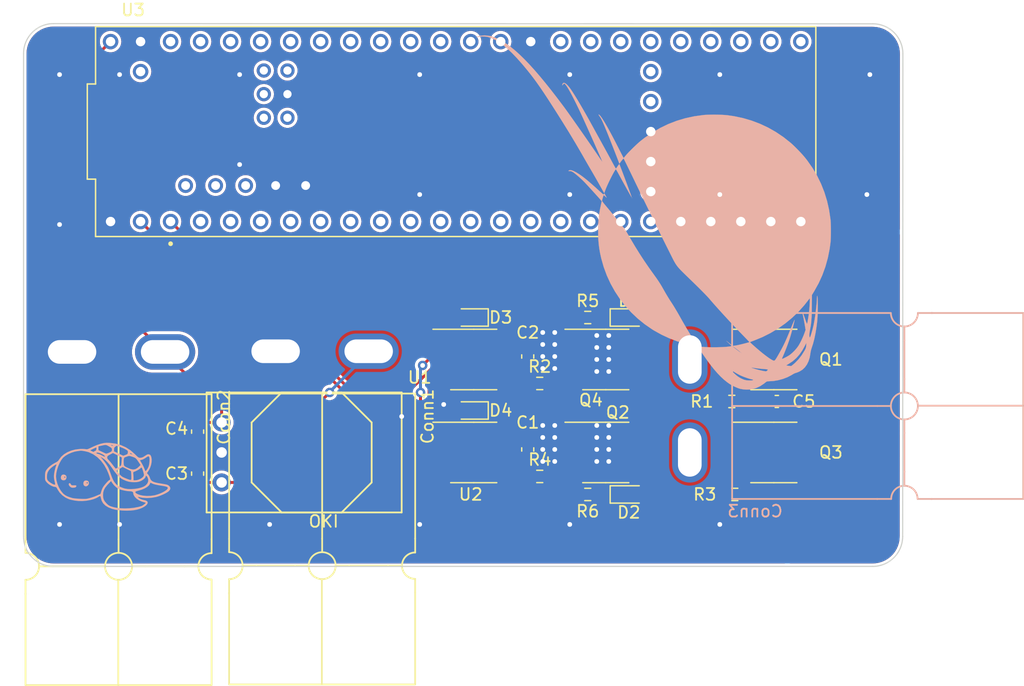
<source format=kicad_pcb>
(kicad_pcb (version 20211014) (generator pcbnew)
  (layers (0 "F.Cu" signal) (31 "B.Cu" signal) (34 "B.Paste" user) (35 "F.Paste" user) (36 "B.SilkS" user "B.Silkscreen") (37 "F.SilkS" user "F.Silkscreen") (38 "B.Mask" user) (39 "F.Mask" user) (44 "Edge.Cuts" user))
  (net 0 "")
  (net 1 "GND")
  (net 2 "+5V")
  (net 3 "Net-(D1-Pad1)")
  (net 4 "Net-(D2-Pad1)")
  (net 5 "Net-(Q1-Pad4)")
  (net 6 "Net-(Q2-Pad4)")
  (net 7 "Net-(Q3-Pad4)")
  (net 8 "Net-(Q4-Pad4)")
  (net 9 "Net-(R1-Pad1)")
  (net 10 "Net-(R2-Pad1)")
  (net 11 "Net-(R3-Pad1)")
  (net 12 "Net-(R4-Pad1)")
  (net 13 "FWD_PWM")
  (net 14 "RVS_PWM")
  (net 16 "Net-(U3-Pad3.3V_1)")
  (net 65 "+12V")
  (net 66 "/M+")
  (net 67 "/M-")
  (net 68 "Net-(C1-Pad1)")
  (net 69 "Net-(C2-Pad1)")
  (net 70 "+3V3")
  (footprint "Resistor_SMD:R_0603_1608Metric_Pad0.98x0.95mm_HandSolder" (layer "F.Cu") (at 99.06 76.962)
    (fp_text reference "R2" (at 0 -1.43) (layer "F.SilkS"))
    (fp_text value "100")
    (pad "1" smd roundrect (at -0.9125 0) (size 0.975 0.95) (layers "F.Cu" "F.Paste" "F.Mask") (net 10 "Net-(R2-Pad1)"))
    (pad "2" smd roundrect (at 0.9125 0) (size 0.975 0.95) (layers "F.Cu" "F.Paste" "F.Mask") (net 8 "Net-(Q4-Pad4)"))
  )
  (footprint "Capacitor_SMD:C_0603_1608Metric" (layer "F.Cu") (at 98.044 74.676 -90)
    (fp_text reference "C2" (at -2.032 0 180) (layer "F.SilkS"))
    (fp_text value "0.1u")
    (pad "1" smd roundrect (at -0.775 0 270) (size 0.9 0.95) (layers "F.Cu" "F.Paste" "F.Mask") (net 69 "Net-(C2-Pad1)"))
    (pad "2" smd roundrect (at 0.775 0 270) (size 0.9 0.95) (layers "F.Cu" "F.Paste" "F.Mask") (net 66 "/M+"))
  )
  (footprint "Resistor_SMD:R_0603_1608Metric_Pad0.98x0.95mm_HandSolder" (layer "F.Cu") (at 99.06 84.836)
    (fp_text reference "R4" (at 0.00751 -1.421921) (layer "F.SilkS"))
    (fp_text value "100")
    (pad "1" smd roundrect (at -0.9125 0) (size 0.975 0.95) (layers "F.Cu" "F.Paste" "F.Mask") (net 12 "Net-(R4-Pad1)"))
    (pad "2" smd roundrect (at 0.9125 0) (size 0.975 0.95) (layers "F.Cu" "F.Paste" "F.Mask") (net 6 "Net-(Q2-Pad4)"))
  )
  (footprint "Diode_SMD:D_0603_1608Metric" (layer "F.Cu") (at 93.218 79.248 180)
    (fp_text reference "D4" (at -2.54 0) (layer "F.SilkS"))
    (fp_text value "D_Small")
    (pad "1" smd roundrect (at -0.7875 0 180) (size 0.875 0.95) (layers "F.Cu" "F.Paste" "F.Mask") (net 68 "Net-(C1-Pad1)"))
    (pad "2" smd roundrect (at 0.7875 0 180) (size 0.875 0.95) (layers "F.Cu" "F.Paste" "F.Mask") (net 65 "+12V"))
  )
  (footprint "Capacitor_SMD:C_0603_1608Metric" (layer "F.Cu") (at 70.104 81.039 -90)
    (fp_text reference "C4" (at -0.254 1.778 180) (layer "F.SilkS"))
    (fp_text value "10u")
    (pad "1" smd roundrect (at -0.775 0 270) (size 0.9 0.95) (layers "F.Cu" "F.Paste" "F.Mask") (net 70 "+3V3"))
    (pad "2" smd roundrect (at 0.775 0 270) (size 0.9 0.95) (layers "F.Cu" "F.Paste" "F.Mask") (net 1 "GND"))
  )
  (footprint "LED_SMD:LED_0603_1608Metric_Pad1.05x0.95mm_HandSolder" (layer "F.Cu") (at 106.68 71.374)
    (fp_text reference "D1" (at 0 -1.43) (layer "F.SilkS"))
    (fp_text value "Pink")
    (pad "1" smd roundrect (at -0.875 0) (size 1.05 0.95) (layers "F.Cu" "F.Paste" "F.Mask") (net 3 "Net-(D1-Pad1)"))
    (pad "2" smd roundrect (at 0.875 0) (size 1.05 0.95) (layers "F.Cu" "F.Paste" "F.Mask") (net 66 "/M+"))
  )
  (footprint "MRDT_Connectors:Square_Anderson_2_H_Side_By_Side" (layer "F.Cu") (at 76.158 73.8582 90)
    (fp_text reference "Conn1" (at -5.9 13.4 90) (layer "F.SilkS"))
    (fp_text value "AndersonPP")
    (pad "1" thru_hole oval locked (at -0.3746 0.55 90) (size 3 5.1) (drill oval 2 4.1) (layers *.Cu *.Mask "F.Paste") (net 1 "GND"))
    (pad "2" thru_hole oval locked (at -0.3746 8.424 90) (size 3 5.1) (drill oval 2 4.1) (layers *.Cu *.Mask "F.Paste") (net 65 "+12V"))
  )
  (footprint "Package_SO:SOIC-8_3.9x4.9mm_P1.27mm" (layer "F.Cu") (at 93.472 82.804)
    (fp_text reference "U2" (at -0.254 3.556) (layer "F.SilkS"))
    (fp_text value "IRS2005S")
    (pad "1" smd roundrect (at -2.475 -1.905) (size 1.95 0.6) (layers "F.Cu" "F.Paste" "F.Mask") (net 65 "+12V"))
    (pad "2" smd roundrect (at -2.475 -0.635) (size 1.95 0.6) (layers "F.Cu" "F.Paste" "F.Mask") (net 14 "RVS_PWM"))
    (pad "3" smd roundrect (at -2.475 0.635) (size 1.95 0.6) (layers "F.Cu" "F.Paste" "F.Mask") (net 13 "FWD_PWM"))
    (pad "4" smd roundrect (at -2.475 1.905) (size 1.95 0.6) (layers "F.Cu" "F.Paste" "F.Mask") (net 1 "GND"))
    (pad "5" smd roundrect (at 2.475 1.905) (size 1.95 0.6) (layers "F.Cu" "F.Paste" "F.Mask") (net 12 "Net-(R4-Pad1)"))
    (pad "6" smd roundrect (at 2.475 0.635) (size 1.95 0.6) (layers "F.Cu" "F.Paste" "F.Mask") (net 67 "/M-"))
    (pad "7" smd roundrect (at 2.475 -0.635) (size 1.95 0.6) (layers "F.Cu" "F.Paste" "F.Mask") (net 11 "Net-(R3-Pad1)"))
    (pad "8" smd roundrect (at 2.475 -1.905) (size 1.95 0.6) (layers "F.Cu" "F.Paste" "F.Mask") (net 68 "Net-(C1-Pad1)"))
  )
  (footprint "Package_SO:SOIC-8_3.9x4.9mm_P1.27mm" (layer "F.Cu") (at 93.472 74.93)
    (fp_text reference "U1" (at -4.572 1.524) (layer "F.SilkS"))
    (fp_text value "IRS2005S")
    (pad "1" smd roundrect (at -2.475 -1.905) (size 1.95 0.6) (layers "F.Cu" "F.Paste" "F.Mask") (net 65 "+12V"))
    (pad "2" smd roundrect (at -2.475 -0.635) (size 1.95 0.6) (layers "F.Cu" "F.Paste" "F.Mask") (net 13 "FWD_PWM"))
    (pad "3" smd roundrect (at -2.475 0.635) (size 1.95 0.6) (layers "F.Cu" "F.Paste" "F.Mask") (net 14 "RVS_PWM"))
    (pad "4" smd roundrect (at -2.475 1.905) (size 1.95 0.6) (layers "F.Cu" "F.Paste" "F.Mask") (net 1 "GND"))
    (pad "5" smd roundrect (at 2.475 1.905) (size 1.95 0.6) (layers "F.Cu" "F.Paste" "F.Mask") (net 10 "Net-(R2-Pad1)"))
    (pad "6" smd roundrect (at 2.475 0.635) (size 1.95 0.6) (layers "F.Cu" "F.Paste" "F.Mask") (net 66 "/M+"))
    (pad "7" smd roundrect (at 2.475 -0.635) (size 1.95 0.6) (layers "F.Cu" "F.Paste" "F.Mask") (net 9 "Net-(R1-Pad1)"))
    (pad "8" smd roundrect (at 2.475 -1.905) (size 1.95 0.6) (layers "F.Cu" "F.Paste" "F.Mask") (net 69 "Net-(C2-Pad1)"))
  )
  (footprint "MRDT_Shields:MODULE_DEV-16771" (layer "F.Cu") (at 91.948 55.626)
    (fp_text reference "U3" (at -27.305 -10.295) (layer "F.SilkS"))
    (fp_text value "Teensy4.1_DEV-16771")
    (pad "0" thru_hole circle locked (at -26.67 7.62) (size 1.308 1.308) (drill 0.8) (layers *.Cu *.Mask) (net 13 "FWD_PWM"))
    (pad "1" thru_hole circle locked (at -24.13 7.62) (size 1.308 1.308) (drill 0.8) (layers *.Cu *.Mask) (net 14 "RVS_PWM"))
    (pad "2" thru_hole circle locked (at -21.59 7.62) (size 1.308 1.308) (drill 0.8) (layers *.Cu *.Mask))
    (pad "3" thru_hole circle locked (at -19.05 7.62) (size 1.308 1.308) (drill 0.8) (layers *.Cu *.Mask))
    (pad "3.3V_1" thru_hole circle locked (at 6.35 7.62) (size 1.308 1.308) (drill 0.8) (layers *.Cu *.Mask) (net 16 "Net-(U3-Pad3.3V_1)"))
    (pad "3.3V_2" thru_hole circle locked (at -24.13 -7.62) (size 1.308 1.308) (drill 0.8) (layers *.Cu *.Mask) (net 16 "Net-(U3-Pad3.3V_1)"))
    (pad "3.3V_3" thru_hole circle locked (at 16.51 2.54) (size 1.308 1.308) (drill 0.8) (layers *.Cu *.Mask) (net 16 "Net-(U3-Pad3.3V_1)"))
    (pad "4" thru_hole circle locked (at -16.51 7.62) (size 1.308 1.308) (drill 0.8) (layers *.Cu *.Mask))
    (pad "5" thru_hole circle locked (at -13.97 7.62) (size 1.308 1.308) (drill 0.8) (layers *.Cu *.Mask))
    (pad "5V" thru_hole circle locked (at -22.86 4.57) (size 1.258 1.258) (drill 0.75) (layers *.Cu *.Mask))
    (pad "6" thru_hole circle locked (at -11.43 7.62) (size 1.308 1.308) (drill 0.8) (layers *.Cu *.Mask))
    (pad "7" thru_hole circle locked (at -8.89 7.62) (size 1.308 1.308) (drill 0.8) (layers *.Cu *.Mask))
    (pad "8" thru_hole circle locked (at -6.35 7.62) (size 1.308 1.308) (drill 0.8) (layers *.Cu *.Mask))
    (pad "9" thru_hole circle locked (at -3.81 7.62) (size 1.308 1.308) (drill 0.8) (layers *.Cu *.Mask))
    (pad "10" thru_hole circle locked (at -1.27 7.62) (size 1.308 1.308) (drill 0.8) (layers *.Cu *.Mask))
    (pad "11" thru_hole circle locked (at 1.27 7.62) (size 1.308 1.308) (drill 0.8) (layers *.Cu *.Mask))
    (pad "12" thru_hole circle locked (at 3.81 7.62) (size 1.308 1.308) (drill 0.8) (layers *.Cu *.Mask))
    (pad "13" thru_hole circle locked (at 3.81 -7.62) (size 1.308 1.308) (drill 0.8) (layers *.Cu *.Mask))
    (pad "14" thru_hole circle locked (at 1.27 -7.62) (size 1.308 1.308) (drill 0.8) (layers *.Cu *.Mask))
    (pad "15" thru_hole circle locked (at -1.27 -7.62) (size 1.308 1.308) (drill 0.8) (layers *.Cu *.Mask))
    (pad "16" thru_hole circle locked (at -3.81 -7.62) (size 1.308 1.308) (drill 0.8) (layers *.Cu *.Mask))
    (pad "17" thru_hole circle locked (at -6.35 -7.62) (size 1.308 1.308) (drill 0.8) (layers *.Cu *.Mask))
    (pad "18" thru_hole circle locked (at -8.89 -7.62) (size 1.308 1.308) (drill 0.8) (layers *.Cu *.Mask))
    (pad "19" thru_hole circle locked (at -11.43 -7.62) (size 1.308 1.308) (drill 0.8) (layers *.Cu *.Mask))
    (pad "20" thru_hole circle locked (at -13.97 -7.62) (size 1.308 1.308) (drill 0.8) (layers *.Cu *.Mask))
    (pad "21" thru_hole circle locked (at -16.51 -7.62) (size 1.308 1.308) (drill 0.8) (layers *.Cu *.Mask))
    (pad "22" thru_hole circle locked (at -19.05 -7.62) (size 1.308 1.308) (drill 0.8) (layers *.Cu *.Mask))
    (pad "23" thru_hole circle locked (at -21.59 -7.62) (size 1.308 1.308) (drill 0.8) (layers *.Cu *.Mask))
    (pad "24" thru_hole circle locked (at 8.89 7.62) (size 1.308 1.308) (drill 0.8) (layers *.Cu *.Mask))
    (pad "25" thru_hole circle locked (at 11.43 7.62) (size 1.308 1.308) (drill 0.8) (layers *.Cu *.Mask))
    (pad "26" thru_hole circle locked (at 13.97 7.62) (size 1.308 1.308) (drill 0.8) (layers *.Cu *.Mask))
    (pad "27" thru_hole circle locked (at 16.51 7.62) (size 1.308 1.308) (drill 0.8) (layers *.Cu *.Mask))
    (pad "28" thru_hole circle locked (at 19.05 7.62) (size 1.308 1.308) (drill 0.8) (layers *.Cu *.Mask))
    (pad "29" thru_hole circle locked (at 21.59 7.62) (size 1.308 1.308) (drill 0.8) (layers *.Cu *.Mask))
    (pad "30" thru_hole circle locked (at 24.13 7.62) (size 1.308 1.308) (drill 0.8) (layers *.Cu *.Mask))
    (pad "31" thru_hole circle locked (at 26.67 7.62) (size 1.308 1.308) (drill 0.8) (layers *.Cu *.Mask))
    (pad "32" thru_hole circle locked (at 29.21 7.62) (size 1.308 1.308) (drill 0.8) (layers *.Cu *.Mask))
    (pad "33" thru_hole circle locked (at 29.21 -7.62) (size 1.308 1.308) (drill 0.8) (layers *.Cu *.Mask))
    (pad "34" thru_hole circle locked (at 26.67 -7.62) (size 1.308 1.308) (drill 0.8) (layers *.Cu *.Mask))
    (pad "35" thru_hole circle locked (at 24.13 -7.62) (size 1.308 1.308) (drill 0.8) (layers *.Cu *.Mask))
    (pad "36" thru_hole circle locked (at 21.59 -7.62) (size 1.308 1.308) (drill 0.8) (layers *.Cu *.Mask))
    (pad "37" thru_hole circle locked (at 19.05 -7.62) (size 1.308 1.308) (drill 0.8) (layers *.Cu *.Mask))
    (pad "38" thru_hole circle locked (at 16.51 -7.62) (size 1.308 1.308) (drill 0.8) (layers *.Cu *.Mask))
    (pad "39" thru_hole circle locked (at 13.97 -7.62) (size 1.308 1.308) (drill 0.8) (layers *.Cu *.Mask))
    (pad "40" thru_hole circle locked (at 11.43 -7.62) (size 1.308 1.308) (drill 0.8) (layers *.Cu *.Mask))
    (pad "41" thru_hole circle locked (at 8.89 -7.62) (size 1.308 1.308) (drill 0.8) (layers *.Cu *.Mask))
    (pad "D+" thru_hole circle locked (at -17.78 4.57) (size 1.258 1.258) (drill 0.75) (layers *.Cu *.Mask))
    (pad "D-" thru_hole circle locked (at -20.32 4.57) (size 1.258 1.258) (drill 0.75) (layers *.Cu *.Mask))
    (pad "GND1" thru_hole circle locked (at -29.21 7.62) (size 1.308 1.308) (drill 0.8) (layers *.Cu *.Mask) (net 1 "GND"))
    (pad "GND2" thru_hole circle locked (at 6.35 -7.62) (size 1.308 1.308) (drill 0.8) (layers *.Cu *.Mask) (net 1 "GND"))
    (pad "GND3" thru_hole circle locked (at -26.67 -7.62) (size 1.308 1.308) (drill 0.8) (layers *.Cu *.Mask) (net 1 "GND"))
    (pad "GND4" thru_hole circle locked (at 16.51 0) (size 1.308 1.308) (drill 0.8) (layers *.Cu *.Mask) (net 1 "GND"))
    (pad "GND5" thru_hole circle locked (at -14.24 -3.17) (size 1.208 1.208) (drill 0.7) (layers *.Cu *.Mask) (net 1 "GND"))
    (pad "LED" thru_hole circle locked (at -16.24 -3.17) (size 1.208 1.208) (drill 0.7) (layers *.Cu *.Mask))
    (pad "ON/OFF" thru_hole circle locked (at 16.51 -5.08) (size 1.308 1.308) (drill 0.8) (layers *.Cu *.Mask))
    (pad "PROGRAM" thru_hole circle locked (at 16.51 -2.54) (size 1.308 1.308) (drill 0.8) (layers *.Cu *.Mask))
    (pad "R+" thru_hole circle locked (at -16.24 -5.17) (size 1.208 1.208) (drill 0.7) (layers *.Cu *.Mask))
    (pad "R-" thru_hole circle locked (at -14.24 -5.17) (size 1.208 1.208) (drill 0.7) (layers *.Cu *.Mask))
    (pad "T+" thru_hole circle locked (at -14.24 -1.17) (size 1.208 1.208) (drill 0.7) (layers *.Cu *.Mask))
    (pad "T-" thru_hole circle locked (at -16.24 -1.17) (size 1.208 1.208) (drill 0.7) (layers *.Cu *.Mask))
    (pad "USB_GND1" thru_hole circle locked (at -15.24 4.57) (size 1.258 1.258) (drill 0.75) (layers *.Cu *.Mask) (net 1 "GND"))
    (pad "USB_GND2" thru_hole circle locked (at -12.7 4.57) (size 1.258 1.258) (drill 0.75) (layers *.Cu *.Mask) (net 1 "GND"))
    (pad "VBAT" thru_hole circle locked (at 16.51 5.08) (size 1.308 1.308) (drill 0.8) (layers *.Cu *.Mask))
    (pad "VIN" thru_hole circle locked (at -29.21 -7.62) (size 1.308 1.308) (drill 0.8) (layers *.Cu *.Mask) (net 70 "+3V3"))
    (pad "VUSB" thru_hole circle locked (at -26.67 -5.08) (size 1.308 1.308) (drill 0.8) (layers *.Cu *.Mask))
  )
  (footprint "Package_SO:SOIC-8_3.9x4.9mm_P1.27mm" (layer "F.Cu") (at 104.648 74.93)
    (fp_text reference "Q4" (at -1.259884 3.44736) (layer "F.SilkS"))
    (fp_text value "SI4156DY")
    (pad "1" smd roundrect (at -2.475 -1.905) (size 1.95 0.6) (layers "F.Cu" "F.Paste" "F.Mask") (net 1 "GND"))
    (pad "2" smd roundrect (at -2.475 -0.635) (size 1.95 0.6) (layers "F.Cu" "F.Paste" "F.Mask") (net 1 "GND"))
    (pad "3" smd roundrect (at -2.475 0.635) (size 1.95 0.6) (layers "F.Cu" "F.Paste" "F.Mask") (net 1 "GND"))
    (pad "4" smd roundrect (at -2.475 1.905) (size 1.95 0.6) (layers "F.Cu" "F.Paste" "F.Mask") (net 8 "Net-(Q4-Pad4)"))
    (pad "5" smd roundrect (at 2.475 1.905) (size 1.95 0.6) (layers "F.Cu" "F.Paste" "F.Mask") (net 66 "/M+"))
    (pad "6" smd roundrect (at 2.475 0.635) (size 1.95 0.6) (layers "F.Cu" "F.Paste" "F.Mask") (net 66 "/M+"))
    (pad "7" smd roundrect (at 2.475 -0.635) (size 1.95 0.6) (layers "F.Cu" "F.Paste" "F.Mask") (net 66 "/M+"))
    (pad "8" smd roundrect (at 2.475 -1.905) (size 1.95 0.6) (layers "F.Cu" "F.Paste" "F.Mask") (net 66 "/M+"))
  )
  (footprint "Package_SO:SOIC-8_3.9x4.9mm_P1.27mm" (layer "F.Cu") (at 118.872 74.93)
    (fp_text reference "Q1" (at 4.826 0) (layer "F.SilkS"))
    (fp_text value "SI4156DY")
    (pad "1" smd roundrect (at -2.475 -1.905) (size 1.95 0.6) (layers "F.Cu" "F.Paste" "F.Mask") (net 66 "/M+"))
    (pad "2" smd roundrect (at -2.475 -0.635) (size 1.95 0.6) (layers "F.Cu" "F.Paste" "F.Mask") (net 66 "/M+"))
    (pad "3" smd roundrect (at -2.475 0.635) (size 1.95 0.6) (layers "F.Cu" "F.Paste" "F.Mask") (net 66 "/M+"))
    (pad "4" smd roundrect (at -2.475 1.905) (size 1.95 0.6) (layers "F.Cu" "F.Paste" "F.Mask") (net 5 "Net-(Q1-Pad4)"))
    (pad "5" smd roundrect (at 2.475 1.905) (size 1.95 0.6) (layers "F.Cu" "F.Paste" "F.Mask") (net 65 "+12V"))
    (pad "6" smd roundrect (at 2.475 0.635) (size 1.95 0.6) (layers "F.Cu" "F.Paste" "F.Mask") (net 65 "+12V"))
    (pad "7" smd roundrect (at 2.475 -0.635) (size 1.95 0.6) (layers "F.Cu" "F.Paste" "F.Mask") (net 65 "+12V"))
    (pad "8" smd roundrect (at 2.475 -1.905) (size 1.95 0.6) (layers "F.Cu" "F.Paste" "F.Mask") (net 65 "+12V"))
  )
  (footprint "Resistor_SMD:R_0603_1608Metric_Pad0.98x0.95mm_HandSolder" (layer "F.Cu") (at 115.57 86.36)
    (fp_text reference "R3" (at -2.54 0) (layer "F.SilkS"))
    (fp_text value "100")
    (pad "1" smd roundrect (at -0.9125 0) (size 0.975 0.95) (layers "F.Cu" "F.Paste" "F.Mask") (net 11 "Net-(R3-Pad1)"))
    (pad "2" smd roundrect (at 0.9125 0) (size 0.975 0.95) (layers "F.Cu" "F.Paste" "F.Mask") (net 7 "Net-(Q3-Pad4)"))
  )
  (footprint "Diode_SMD:D_0603_1608Metric" (layer "F.Cu") (at 93.218 71.374 180)
    (fp_text reference "D3" (at -2.54 0) (layer "F.SilkS"))
    (fp_text value "D_Small")
    (pad "1" smd roundrect (at -0.7875 0 180) (size 0.875 0.95) (layers "F.Cu" "F.Paste" "F.Mask") (net 69 "Net-(C2-Pad1)"))
    (pad "2" smd roundrect (at 0.7875 0 180) (size 0.875 0.95) (layers "F.Cu" "F.Paste" "F.Mask") (net 65 "+12V"))
  )
  (footprint "Resistor_SMD:R_0603_1608Metric_Pad0.98x0.95mm_HandSolder" (layer "F.Cu") (at 115.316 78.486)
    (fp_text reference "R1" (at -2.54 0) (layer "F.SilkS"))
    (fp_text value "100")
    (pad "1" smd roundrect (at -0.9125 0) (size 0.975 0.95) (layers "F.Cu" "F.Paste" "F.Mask") (net 9 "Net-(R1-Pad1)"))
    (pad "2" smd roundrect (at 0.9125 0) (size 0.975 0.95) (layers "F.Cu" "F.Paste" "F.Mask") (net 5 "Net-(Q1-Pad4)"))
  )
  (footprint "Capacitor_SMD:C_0603_1608Metric" (layer "F.Cu") (at 98.044 82.55 -90)
    (fp_text reference "C1" (at -2.286 0) (layer "F.SilkS"))
    (fp_text value "0.1u")
    (pad "1" smd roundrect (at -0.775 0 270) (size 0.9 0.95) (layers "F.Cu" "F.Paste" "F.Mask") (net 68 "Net-(C1-Pad1)"))
    (pad "2" smd roundrect (at 0.775 0 270) (size 0.9 0.95) (layers "F.Cu" "F.Paste" "F.Mask") (net 67 "/M-"))
  )
  (footprint "Capacitor_SMD:C_0603_1608Metric" (layer "F.Cu") (at 119.126 78.486)
    (fp_text reference "C5" (at 2.286 0) (layer "F.SilkS"))
    (fp_text value "10u")
    (pad "1" smd roundrect (at -0.775 0) (size 0.9 0.95) (layers "F.Cu" "F.Paste" "F.Mask") (net 66 "/M+"))
    (pad "2" smd roundrect (at 0.775 0) (size 0.9 0.95) (layers "F.Cu" "F.Paste" "F.Mask") (net 67 "/M-"))
  )
  (footprint "Package_SO:SOIC-8_3.9x4.9mm_P1.27mm" (layer "F.Cu") (at 104.648 82.804)
    (fp_text reference "Q2" (at 1.016 -3.387982 180) (layer "F.SilkS"))
    (fp_text value "SI4156DY")
    (pad "1" smd roundrect (at -2.475 -1.905) (size 1.95 0.6) (layers "F.Cu" "F.Paste" "F.Mask") (net 1 "GND"))
    (pad "2" smd roundrect (at -2.475 -0.635) (size 1.95 0.6) (layers "F.Cu" "F.Paste" "F.Mask") (net 1 "GND"))
    (pad "3" smd roundrect (at -2.475 0.635) (size 1.95 0.6) (layers "F.Cu" "F.Paste" "F.Mask") (net 1 "GND"))
    (pad "4" smd roundrect (at -2.475 1.905) (size 1.95 0.6) (layers "F.Cu" "F.Paste" "F.Mask") (net 6 "Net-(Q2-Pad4)"))
    (pad "5" smd roundrect (at 2.475 1.905) (size 1.95 0.6) (layers "F.Cu" "F.Paste" "F.Mask") (net 67 "/M-"))
    (pad "6" smd roundrect (at 2.475 0.635) (size 1.95 0.6) (layers "F.Cu" "F.Paste" "F.Mask") (net 67 "/M-"))
    (pad "7" smd roundrect (at 2.475 -0.635) (size 1.95 0.6) (layers "F.Cu" "F.Paste" "F.Mask") (net 67 "/M-"))
    (pad "8" smd roundrect (at 2.475 -1.905) (size 1.95 0.6) (layers "F.Cu" "F.Paste" "F.Mask") (net 67 "/M-"))
  )
  (footprint "Resistor_SMD:R_0603_1608Metric_Pad0.98x0.95mm_HandSolder" (layer "F.Cu") (at 103.124 71.374 180)
    (fp_text reference "R5" (at 0 1.404) (layer "F.SilkS"))
    (fp_text value "500")
    (pad "1" smd roundrect (at -0.9125 0 180) (size 0.975 0.95) (layers "F.Cu" "F.Paste" "F.Mask") (net 3 "Net-(D1-Pad1)"))
    (pad "2" smd roundrect (at 0.9125 0 180) (size 0.975 0.95) (layers "F.Cu" "F.Paste" "F.Mask") (net 1 "GND"))
  )
  (footprint "Capacitor_SMD:C_0603_1608Metric" (layer "F.Cu") (at 70.104 84.595 90)
    (fp_text reference "C3" (at 0 -1.778 180) (layer "F.SilkS"))
    (fp_text value "10u")
    (pad "1" smd roundrect (at -0.775 0 90) (size 0.9 0.95) (layers "F.Cu" "F.Paste" "F.Mask") (net 65 "+12V"))
    (pad "2" smd roundrect (at 0.775 0 90) (size 0.9 0.95) (layers "F.Cu" "F.Paste" "F.Mask") (net 1 "GND"))
  )
  (footprint "Resistor_SMD:R_0603_1608Metric_Pad0.98x0.95mm_HandSolder" (layer "F.Cu") (at 103.124 86.36 180)
    (fp_text reference "R6" (at 0 -1.43) (layer "F.SilkS"))
    (fp_text value "500")
    (pad "1" smd roundrect (at -0.9125 0 180) (size 0.975 0.95) (layers "F.Cu" "F.Paste" "F.Mask") (net 4 "Net-(D2-Pad1)"))
    (pad "2" smd roundrect (at 0.9125 0 180) (size 0.975 0.95) (layers "F.Cu" "F.Paste" "F.Mask") (net 1 "GND"))
  )
  (footprint "LED_SMD:LED_0603_1608Metric_Pad1.05x0.95mm_HandSolder" (layer "F.Cu") (at 106.68 86.36)
    (fp_text reference "D2" (at -0.082 1.524) (layer "F.SilkS"))
    (fp_text value "Pink")
    (pad "1" smd roundrect (at -0.875 0) (size 1.05 0.95) (layers "F.Cu" "F.Paste" "F.Mask") (net 4 "Net-(D2-Pad1)"))
    (pad "2" smd roundrect (at 0.875 0) (size 1.05 0.95) (layers "F.Cu" "F.Paste" "F.Mask") (net 67 "/M-"))
  )
  (footprint "MRDT_Connectors:Square_Anderson_2_H_Side_By_Side" (layer "F.Cu") (at 58.928 73.914 90)
    (fp_text reference "Conn2" (at -5.9 13.4 90) (layer "F.SilkS"))
    (fp_text value "AndersonPP")
    (pad "1" thru_hole oval locked (at -0.3746 0.55 90) (size 3 5.1) (drill oval 2 4.1) (layers *.Cu *.Mask "F.Paste") (net 1 "GND"))
    (pad "2" thru_hole oval locked (at -0.3746 8.424 90) (size 3 5.1) (drill oval 2 4.1) (layers *.Cu *.Mask "F.Paste") (net 2 "+5V"))
  )
  (footprint "Package_SO:SOIC-8_3.9x4.9mm_P1.27mm" (layer "F.Cu") (at 118.872 82.804)
    (fp_text reference "Q3" (at 4.826 0 180) (layer "F.SilkS"))
    (fp_text value "SI4156DY")
    (pad "1" smd roundrect (at -2.475 -1.905) (size 1.95 0.6) (layers "F.Cu" "F.Paste" "F.Mask") (net 67 "/M-"))
    (pad "2" smd roundrect (at -2.475 -0.635) (size 1.95 0.6) (layers "F.Cu" "F.Paste" "F.Mask") (net 67 "/M-"))
    (pad "3" smd roundrect (at -2.475 0.635) (size 1.95 0.6) (layers "F.Cu" "F.Paste" "F.Mask") (net 67 "/M-"))
    (pad "4" smd roundrect (at -2.475 1.905) (size 1.95 0.6) (layers "F.Cu" "F.Paste" "F.Mask") (net 7 "Net-(Q3-Pad4)"))
    (pad "5" smd roundrect (at 2.475 1.905) (size 1.95 0.6) (layers "F.Cu" "F.Paste" "F.Mask") (net 65 "+12V"))
    (pad "6" smd roundrect (at 2.475 0.635) (size 1.95 0.6) (layers "F.Cu" "F.Paste" "F.Mask") (net 65 "+12V"))
    (pad "7" smd roundrect (at 2.475 -0.635) (size 1.95 0.6) (layers "F.Cu" "F.Paste" "F.Mask") (net 65 "+12V"))
    (pad "8" smd roundrect (at 2.475 -1.905) (size 1.95 0.6) (layers "F.Cu" "F.Paste" "F.Mask") (net 65 "+12V"))
  )
  (footprint "MRDT_Devices:OKI_Horizontal" (layer "F.Cu") (at 72.136 85.344 90)
    (fp_text reference "U4" hide)
    (fp_text value "OKI" (at -3.302 8.636 180) (layer "F.SilkS"))
    (pad "1" thru_hole circle locked (at 0 0 90) (size 1.524 1.524) (drill 0.889) (layers *.Cu *.Mask) (net 65 "+12V"))
    (pad "2" thru_hole circle locked (at 2.54 0 90) (size 1.524 1.524) (drill 0.889) (layers *.Cu *.Mask) (net 1 "GND"))
    (pad "3" thru_hole circle locked (at 5.08 0 90) (size 1.524 1.524) (drill 0.889) (layers *.Cu *.Mask) (net 70 "+3V3"))
  )
  (footprint "MRDT_Silkscreens:0_MRDT_Logo_30mm" (layer "B.Cu") (at 108.712 62.484 180)
    (fp_text reference "G***" hide)
    (fp_text value "LOGO" hide)
  )
  (footprint "Silkscreens:turtle" (layer "B.Cu") (at 62.484 84.328 180)
    (fp_text reference "G***")
    (fp_text value "LOGO" hide)
  )
  (footprint "MRDT_Connectors:Square_Anderson_2_H_Side_By_Side" (layer "B.Cu") (at 111.3854 74.38 180)
    (fp_text reference "Conn3" (at -5.9 -13.4) (layer "B.SilkS") (effects (justify mirror)))
    (fp_text value "AndersonPP")
    (pad "1" thru_hole oval locked (at -0.3746 -0.55 180) (size 3 5.1) (drill oval 2 4.1) (layers *.Cu *.Mask "B.Paste") (net 66 "/M+"))
    (pad "2" thru_hole oval locked (at -0.3746 -8.424 180) (size 3 5.1) (drill oval 2 4.1) (layers *.Cu *.Mask "B.Paste") (net 67 "/M-"))
  )
  (gr_arc (start 127.254 46.500051) (mid 129.050051 47.244) (end 129.794 49.040051) (layer "Edge.Cuts") (width 0.1))
  (gr_line (start 127.235949 92.456) (end 57.912 92.456) (layer "Edge.Cuts") (width 0.1))
  (gr_arc (start 129.775949 89.916) (mid 129.032 91.712051) (end 127.235949 92.456) (layer "Edge.Cuts") (width 0.1))
  (gr_line (start 55.372 89.916) (end 55.372 49.022) (layer "Edge.Cuts") (width 0.1))
  (gr_arc (start 55.372 49.022) (mid 56.115949 47.225949) (end 57.912 46.482) (layer "Edge.Cuts") (width 0.1))
  (gr_line (start 129.775949 89.916) (end 129.794 49.040051) (layer "Edge.Cuts") (width 0.1))
  (gr_line (start 127.254 46.500051) (end 57.912 46.482) (layer "Edge.Cuts") (width 0.1))
  (gr_arc (start 57.912 92.456) (mid 56.115949 91.712051) (end 55.372 89.916) (layer "Edge.Cuts") (width 0.1))
  (segment (start 102.2115 71.374) (end 102.2115 72.9865) (width 0.25) (layer "F.Cu") (net 1))
  (segment (start 70.104 81.814) (end 71.146 81.814) (width 0.25) (layer "F.Cu") (net 1))
  (segment (start 102.549751 83.439) (end 102.173 83.439) (width 0.25) (layer "F.Cu") (net 1))
  (segment (start 70.104 83.82) (end 71.12 83.82) (width 0.25) (layer "F.Cu") (net 1))
  (segment (start 71.146 81.814) (end 72.136 82.804) (width 0.25) (layer "F.Cu") (net 1))
  (segment (start 103.473 85.0985) (end 103.473 84.362249) (width 0.25) (layer "F.Cu") (net 1))
  (segment (start 102.2115 72.9865) (end 102.173 73.025) (width 0.25) (layer "F.Cu") (net 1))
  (segment (start 102.2115 86.36) (end 103.473 85.0985) (width 0.25) (layer "F.Cu") (net 1))
  (segment (start 103.473 84.362249) (end 102.549751 83.439) (width 0.25) (layer "F.Cu") (net 1))
  (segment (start 71.12 83.82) (end 72.136 82.804) (width 0.25) (layer "F.Cu") (net 1))
  (via (at 63.5 50.8) (size 0.8) (drill 0.4) (layers "F.Cu" "B.Cu") (net 1))
  (via (at 101.6 88.9) (size 0.8) (drill 0.4) (layers "F.Cu" "B.Cu") (net 1))
  (via (at 99.314 74.676) (size 0.8) (drill 0.4) (layers "F.Cu" "B.Cu") (net 1))
  (via (at 114.3 50.8) (size 0.8) (drill 0.4) (layers "F.Cu" "B.Cu") (net 1))
  (via (at 100.33 75.692) (size 0.8) (drill 0.4) (layers "F.Cu" "B.Cu") (net 1))
  (via (at 103.886 72.898) (size 0.8) (drill 0.4) (layers "F.Cu" "B.Cu") (net 1))
  (via (at 99.314 75.692) (size 0.8) (drill 0.4) (layers "F.Cu" "B.Cu") (net 1))
  (via (at 100.33 82.55) (size 0.8) (drill 0.4) (layers "F.Cu" "B.Cu") (net 1))
  (via (at 114.3 60.96) (size 0.8) (drill 0.4) (layers "F.Cu" "B.Cu") (net 1))
  (via (at 104.902 80.518) (size 0.8) (drill 0.4) (layers "F.Cu" "B.Cu") (net 1))
  (via (at 88.9 60.96) (size 0.8) (drill 0.4) (layers "F.Cu" "B.Cu") (net 1))
  (via (at 104.902 73.914) (size 0.8) (drill 0.4) (layers "F.Cu" "B.Cu") (net 1))
  (via (at 99.314 80.518) (size 0.8) (drill 0.4) (layers "F.Cu" "B.Cu") (net 1))
  (via (at 103.886 82.55) (size 0.8) (drill 0.4) (layers "F.Cu" "B.Cu") (net 1))
  (via (at 99.314 72.644) (size 0.8) (drill 0.4) (layers "F.Cu" "B.Cu") (net 1))
  (via (at 103.886 74.93) (size 0.8) (drill 0.4) (layers "F.Cu" "B.Cu") (net 1))
  (via (at 126.746 60.96) (size 0.8) (drill 0.4) (layers "F.Cu" "B.Cu") (net 1))
  (via (at 58.42 50.8) (size 0.8) (drill 0.4) (layers "F.Cu" "B.Cu") (net 1))
  (via (at 104.902 72.898) (size 0.8) (drill 0.4) (layers "F.Cu" "B.Cu") (net 1))
  (via (at 103.886 83.566) (size 0.8) (drill 0.4) (layers "F.Cu" "B.Cu") (net 1))
  (via (at 99.314 82.55) (size 0.8) (drill 0.4) (layers "F.Cu" "B.Cu") (net 1))
  (via (at 127 50.8) (size 0.8) (drill 0.4) (layers "F.Cu" "B.Cu") (net 1))
  (via (at 103.886 81.534) (size 0.8) (drill 0.4) (layers "F.Cu" "B.Cu") (net 1))
  (via (at 88.9 50.8) (size 0.8) (drill 0.4) (layers "F.Cu" "B.Cu") (net 1))
  (via (at 99.314 81.534) (size 0.8) (drill 0.4) (layers "F.Cu" "B.Cu") (net 1))
  (via (at 90.932 78.74) (size 0.8) (drill 0.4) (layers "F.Cu" "B.Cu") (net 1))
  (via (at 104.902 83.566) (size 0.8) (drill 0.4) (layers "F.Cu" "B.Cu") (net 1))
  (via (at 104.902 81.534) (size 0.8) (drill 0.4) (layers "F.Cu" "B.Cu") (net 1))
  (via (at 100.33 80.518) (size 0.8) (drill 0.4) (layers "F.Cu" "B.Cu") (net 1))
  (via (at 100.33 83.566) (size 0.8) (drill 0.4) (layers "F.Cu" "B.Cu") (net 1))
  (via (at 73.66 50.8) (size 0.8) (drill 0.4) (layers "F.Cu" "B.Cu") (net 1))
  (via (at 58.42 63.5) (size 0.8) (drill 0.4) (layers "F.Cu" "B.Cu") (net 1))
  (via (at 58.42 88.9) (size 0.8) (drill 0.4) (layers "F.Cu" "B.Cu") (net 1))
  (via (at 100.33 74.676) (size 0.8) (drill 0.4) (layers "F.Cu" "B.Cu") (net 1))
  (via (at 76.2 88.9) (size 0.8) (drill 0.4) (layers "F.Cu" "B.Cu") (net 1))
  (via (at 104.902 75.946) (size 0.8) (drill 0.4) (layers "F.Cu" "B.Cu") (net 1))
  (via (at 100.33 73.66) (size 0.8) (drill 0.4) (layers "F.Cu" "B.Cu") (net 1))
  (via (at 100.33 72.644) (size 0.8) (drill 0.4) (layers "F.Cu" "B.Cu") (net 1))
  (via (at 103.886 73.914) (size 0.8) (drill 0.4) (layers "F.Cu" "B.Cu") (net 1))
  (via (at 114.3 88.9) (size 0.8) (drill 0.4) (layers "F.Cu" "B.Cu") (net 1))
  (via (at 99.314 83.566) (size 0.8) (drill 0.4) (layers "F.Cu" "B.Cu") (net 1))
  (via (at 63.5 88.9) (size 0.8) (drill 0.4) (layers "F.Cu" "B.Cu") (net 1))
  (via (at 87.376 79.756) (size 0.8) (drill 0.4) (layers "F.Cu" "B.Cu") (net 1))
  (via (at 103.886 80.518) (size 0.8) (drill 0.4) (layers "F.Cu" "B.Cu") (net 1))
  (via (at 100.33 81.534) (size 0.8) (drill 0.4) (layers "F.Cu" "B.Cu") (net 1))
  (via (at 104.902 74.93) (size 0.8) (drill 0.4) (layers "F.Cu" "B.Cu") (net 1))
  (via (at 104.902 82.55) (size 0.8) (drill 0.4) (layers "F.Cu" "B.Cu") (net 1))
  (via (at 101.6 50.8) (size 0.8) (drill 0.4) (layers "F.Cu" "B.Cu") (net 1))
  (via (at 73.66 58.42) (size 0.8) (drill 0.4) (layers "F.Cu" "B.Cu") (net 1))
  (via (at 103.886 75.946) (size 0.8) (drill 0.4) (layers "F.Cu" "B.Cu") (net 1))
  (via (at 88.9 88.9) (size 0.8) (drill 0.4) (layers "F.Cu" "B.Cu") (net 1))
  (via (at 99.314 73.66) (size 0.8) (drill 0.4) (layers "F.Cu" "B.Cu") (net 1))
  (via (at 101.6 60.96) (size 0.8) (drill 0.4) (layers "F.Cu" "B.Cu") (net 1))
  (segment (start 105.805 71.374) (end 104.0365 71.374) (width 0.25) (layer "F.Cu") (net 3))
  (segment (start 105.805 86.36) (end 104.0365 86.36) (width 0.25) (layer "F.Cu") (net 4))
  (segment (start 116.2285 78.486) (end 116.2285 77.0035) (width 0.254) (layer "F.Cu") (net 5))
  (segment (start 116.2285 77.0035) (end 116.397 76.835) (width 0.254) (layer "F.Cu") (net 5))
  (segment (start 100.0995 84.709) (end 99.9725 84.836) (width 0.25) (layer "F.Cu") (net 6))
  (segment (start 102.173 84.709) (end 100.0995 84.709) (width 0.25) (layer "F.Cu") (net 6))
  (segment (start 116.4825 86.36) (end 116.4825 84.7945) (width 0.254) (layer "F.Cu") (net 7))
  (segment (start 116.4825 84.7945) (end 116.397 84.709) (width 0.254) (layer "F.Cu") (net 7))
  (segment (start 102.173 76.835) (end 100.0995 76.835) (width 0.25) (layer "F.Cu") (net 8))
  (segment (start 100.0995 76.835) (end 99.9725 76.962) (width 0.25) (layer "F.Cu") (net 8))
  (segment (start 114.4035 78.486) (end 95.314853 78.486) (width 0.25) (layer "F.Cu") (net 9))
  (segment (start 94.197 77.368147) (end 94.197 75.221) (width 0.25) (layer "F.Cu") (net 9))
  (segment (start 95.314853 78.486) (end 94.197 77.368147) (width 0.25) (layer "F.Cu") (net 9))
  (segment (start 95.123 74.295) (end 95.947 74.295) (width 0.25) (layer "F.Cu") (net 9))
  (segment (start 94.197 75.221) (end 95.123 74.295) (width 0.25) (layer "F.Cu") (net 9))
  (segment (start 95.947 76.835) (end 98.0205 76.835) (width 0.25) (layer "F.Cu") (net 10))
  (segment (start 98.0205 76.835) (end 98.1475 76.962) (width 0.25) (layer "F.Cu") (net 10))
  (segment (start 94.197 83.095) (end 95.123 82.169) (width 0.25) (layer "F.Cu") (net 11))
  (segment (start 113.1915 87.826) (end 114.6575 86.36) (width 0.25) (layer "F.Cu") (net 11))
  (segment (start 96.780853 87.826) (end 94.197 85.242147) (width 0.25) (layer "F.Cu") (net 11))
  (segment (start 113.1915 87.826) (end 96.780853 87.826) (width 0.25) (layer "F.Cu") (net 11))
  (segment (start 94.197 85.242147) (end 94.197 83.095) (width 0.25) (layer "F.Cu") (net 11))
  (segment (start 95.123 82.169) (end 95.947 82.169) (width 0.25) (layer "F.Cu") (net 11))
  (segment (start 95.947 84.709) (end 98.0205 84.709) (width 0.25) (layer "F.Cu") (net 12))
  (segment (start 98.0205 84.709) (end 98.1475 84.836) (width 0.25) (layer "F.Cu") (net 12))
  (segment (start 80.572 75.746) (end 88.265 83.439) (width 0.254) (layer "F.Cu") (net 13))
  (segment (start 77.253551 70.275603) (end 80.572 73.594052) (width 0.254) (layer "F.Cu") (net 13))
  (segment (start 90.997 83.439) (end 89.789 83.439) (width 0.254) (layer "F.Cu") (net 13))
  (segment (start 72.307603 70.275603) (end 77.253551 70.275603) (width 0.254) (layer "F.Cu") (net 13))
  (segment (start 88.9685 82.6185) (end 88.9685 77.724) (width 0.254) (layer "F.Cu") (net 13))
  (segment (start 90.285572 74.295) (end 90.997 74.295) (width 0.254) (layer "F.Cu") (net 13))
  (segment (start 80.572 73.594052) (end 80.572 75.746) (width 0.254) (layer "F.Cu") (net 13))
  (segment (start 88.265 83.439) (end 90.997 83.439) (width 0.254) (layer "F.Cu") (net 13))
  (segment (start 89.148286 75.432286) (end 90.285572 74.295) (width 0.254) (layer "F.Cu") (net 13))
  (segment (start 65.278 63.246) (end 72.307603 70.275603) (width 0.254) (layer "F.Cu") (net 13))
  (segment (start 89.789 83.439) (end 88.9685 82.6185) (width 0.254) (layer "F.Cu") (net 13))
  (via (at 89.148286 75.432286) (size 0.8) (drill 0.4) (layers "F.Cu" "B.Cu") (net 13))
  (via (at 88.9685 77.724) (size 0.8) (drill 0.4) (layers "F.Cu" "B.Cu") (net 13))
  (segment (start 88.9685 77.724) (end 88.9685 75.612072) (width 0.254) (layer "B.Cu") (net 13))
  (segment (start 88.9685 75.612072) (end 89.148286 75.432286) (width 0.254) (layer "B.Cu") (net 13))
  (segment (start 90.997 82.169) (end 90.297 82.169) (width 0.254) (layer "F.Cu") (net 14))
  (segment (start 89.695 75.913) (end 90.043 75.565) (width 0.254) (layer "F.Cu") (net 14))
  (segment (start 90.297 82.169) (end 89.695 81.567) (width 0.254) (layer "F.Cu") (net 14))
  (segment (start 81.026 75.514376) (end 81.026 73.406) (width 0.254) (layer "F.Cu") (net 14))
  (segment (start 90.997 75.565) (end 90.043 75.565) (width 0.254) (layer "F.Cu") (net 14))
  (segment (start 83.258424 77.7468) (end 81.026 75.514376) (width 0.254) (layer "F.Cu") (net 14))
  (segment (start 77.441603 69.821603) (end 74.393603 69.821603) (width 0.254) (layer "F.Cu") (net 14))
  (segment (start 74.393603 69.821603) (end 67.818 63.246) (width 0.254) (layer "F.Cu") (net 14))
  (segment (start 81.026 73.406) (end 77.441603 69.821603) (width 0.254) (layer "F.Cu") (net 14))
  (segment (start 89.695 81.567) (end 89.695 75.913) (width 0.254) (layer "F.Cu") (net 14))
  (segment (start 90.043 75.565) (end 87.8612 77.7468) (width 0.254) (layer "F.Cu") (net 14))
  (segment (start 87.8612 77.7468) (end 83.258424 77.7468) (width 0.254) (layer "F.Cu") (net 14))
  (segment (start 70.13 85.344) (end 70.104 85.37) (width 0.25) (layer "F.Cu") (net 65))
  (segment (start 92.297 80.423) (end 92.297 73.247) (width 0.25) (layer "F.Cu") (net 65))
  (segment (start 90.997 80.899) (end 91.821 80.899) (width 0.25) (layer "F.Cu") (net 65))
  (segment (start 72.136 85.344) (end 70.13 85.344) (width 0.25) (layer "F.Cu") (net 65))
  (segment (start 91.4298 67.524) (end 121.666 67.524) (width 6.35) (layer "F.Cu") (net 65))
  (segment (start 90.997 73.025) (end 92.075 73.025) (width 0.25) (layer "F.Cu") (net 65))
  (segment (start 92.297 73.247) (end 92.075 73.025) (width 0.25) (layer "F.Cu") (net 65))
  (segment (start 91.821 80.899) (end 92.297 80.423) (width 0.25) (layer "F.Cu") (net 65))
  (segment (start 73.66 85.344) (end 81.28 77.724) (width 0.25) (layer "F.Cu") (net 65))
  (segment (start 72.136 85.344) (end 73.66 85.344) (width 0.25) (layer "F.Cu") (net 65))
  (segment (start 84.709 74.2448) (end 91.4298 67.524) (width 6.35) (layer "F.Cu") (net 65))
  (via (at 81.28 77.724) (size 0.8) (drill 0.4) (layers "F.Cu" "B.Cu") (net 65))
  (segment (start 81.28 77.724) (end 81.28 77.6738) (width 0.25) (layer "B.Cu") (net 65))
  (segment (start 81.28 77.6738) (end 84.709 74.2448) (width 0.25) (layer "B.Cu") (net 65))
  (segment (start 105.98 77.978) (end 95.443249 77.978) (width 0.25) (layer "F.Cu") (net 66))
  (segment (start 97.93 75.565) (end 98.044 75.451) (width 0.2) (layer "F.Cu") (net 66))
  (segment (start 95.947 75.565) (end 97.93 75.565) (width 0.2) (layer "F.Cu") (net 66))
  (segment (start 107.555 71.374) (end 107.555 72.593) (width 0.25) (layer "F.Cu") (net 66))
  (segment (start 117.475 75.565) (end 118.351 76.441) (width 0.508) (layer "F.Cu") (net 66))
  (segment (start 107.123 76.835) (end 105.98 77.978) (width 0.25) (layer "F.Cu") (net 66))
  (segment (start 107.555 72.593) (end 107.123 73.025) (width 0.25) (layer "F.Cu") (net 66))
  (segment (start 95.443249 77.978) (end 94.647 77.181751) (width 0.25) (layer "F.Cu") (net 66))
  (segment (start 95.123 75.565) (end 95.947 75.565) (width 0.25) (layer "F.Cu") (net 66))
  (segment (start 94.647 77.181751) (end 94.647 76.041) (width 0.25) (layer "F.Cu") (net 66))
  (segment (start 94.647 76.041) (end 95.123 75.565) (width 0.25) (layer "F.Cu") (net 66))
  (segment (start 116.397 75.565) (end 117.475 75.565) (width 0.508) (layer "F.Cu") (net 66))
  (segment (start 118.351 76.441) (end 118.351 78.486) (width 0.508) (layer "F.Cu") (net 66))
  (segment (start 95.947 83.439) (end 97.93 83.439) (width 0.2) (layer "F.Cu") (net 67))
  (segment (start 119.901 78.486) (end 117.488 80.899) (width 0.508) (layer "F.Cu") (net 67))
  (segment (start 117.488 80.899) (end 116.397 80.899) (width 0.508) (layer "F.Cu") (net 67))
  (segment (start 96.967249 87.376) (end 94.647 85.055751) (width 0.25) (layer "F.Cu") (net 67))
  (segment (start 95.123 83.439) (end 95.947 83.439) (width 0.25) (layer "F.Cu") (net 67))
  (segment (start 107.555 86.36) (end 106.539 87.376) (width 0.25) (layer "F.Cu") (net 67))
  (segment (start 97.93 83.439) (end 98.044 83.325) (width 0.2) (layer "F.Cu") (net 67))
  (segment (start 94.647 85.055751) (end 94.647 83.915) (width 0.25) (layer "F.Cu") (net 67))
  (segment (start 107.555 86.36) (end 107.555 85.141) (width 0.25) (layer "F.Cu") (net 67))
  (segment (start 107.555 85.141) (end 107.123 84.709) (width 0.25) (layer "F.Cu") (net 67))
  (segment (start 94.647 83.915) (end 95.123 83.439) (width 0.25) (layer "F.Cu") (net 67))
  (segment (start 106.539 87.376) (end 96.967249 87.376) (width 0.25) (layer "F.Cu") (net 67))
  (segment (start 94.296 79.248) (end 95.947 80.899) (width 0.254) (layer "F.Cu") (net 68))
  (segment (start 95.947 80.899) (end 97.168 80.899) (width 0.25) (layer "F.Cu") (net 68))
  (segment (start 97.168 80.899) (end 98.044 81.775) (width 0.25) (layer "F.Cu") (net 68))
  (segment (start 94.0055 79.248) (end 94.296 79.248) (width 0.254) (layer "F.Cu") (net 68))
  (segment (start 94.0055 71.374) (end 94.296 71.374) (width 0.254) (layer "F.Cu") (net 69))
  (segment (start 94.296 71.374) (end 95.947 73.025) (width 0.254) (layer "F.Cu") (net 69))
  (segment (start 95.947 73.025) (end 97.168 73.025) (width 0.25) (layer "F.Cu") (net 69))
  (segment (start 97.168 73.025) (end 98.044 73.901) (width 0.25) (layer "F.Cu") (net 69))
  (segment (start 67.183 74.2448) (end 61.722 68.7838) (width 0.254) (layer "F.Cu") (net 70))
  (segment (start 61.722 68.7838) (end 61.722 49.022) (width 0.254) (layer "F.Cu") (net 70))
  (segment (start 67.183 74.2448) (end 72.136 79.1978) (width 0.254) (layer "F.Cu") (net 70))
  (segment (start 70.104 80.264) (end 72.136 80.264) (width 0.25) (layer "F.Cu") (net 70))
  (segment (start 72.136 79.1978) (end 72.136 80.264) (width 0.254) (layer "F.Cu") (net 70))
  (segment (start 61.722 49.022) (end 62.738 48.006) (width 0.254) (layer "F.Cu") (net 70))
  (zone (net 66) (net_name "/M+") (layer "F.Cu") (priority 1) (connect_pads yes (clearance 0.254)) (min_thickness 0.254) (fill yes (thermal_gap 0.508) (thermal_bridge_width 0.508))
    (polygon (pts (xy 117.856 76.2) (xy 115.062 76.2) (xy 115.062 77.978) (xy 105.918 77.978) (xy 105.918 70.866) (xy 117.856 70.866)))
  )
  (zone (net 65) (net_name "+12V") (layer "F.Cu") (priority 1) (connect_pads yes (clearance 0.254)) (min_thickness 0.254) (fill yes (thermal_gap 0.508) (thermal_bridge_width 0.508))
    (polygon (pts (xy 129.794 92.456) (xy 120.142 92.456) (xy 120.396 77.47) (xy 118.11 77.47) (xy 118.11 64.262) (xy 129.794 64.262)))
  )
  (zone (net 67) (net_name "/M-") (layer "F.Cu") (priority 1) (connect_pads yes (clearance 0.254)) (min_thickness 0.254) (fill yes (thermal_gap 0.508) (thermal_bridge_width 0.508))
    (polygon (pts (xy 117.856 84.074) (xy 115.062 84.074) (xy 115.062 87.63) (xy 105.918 87.63) (xy 105.918 79.756) (xy 117.856 79.756)))
  )
  (zone (net 1) (net_name "GND") (layer "F.Cu") (connect_pads yes (clearance 0.254)) (min_thickness 0.254) (fill yes (thermal_gap 0.508) (thermal_bridge_width 0.508))
    (polygon (pts (xy 129.794 92.456) (xy 55.372 92.456) (xy 55.372 46.482) (xy 129.794 46.482)))
  )
  (zone (net 1) (net_name "GND") (layer "B.Cu") (connect_pads yes (clearance 0.254)) (min_thickness 0.254) (fill yes (thermal_gap 0.508) (thermal_bridge_width 0.508))
    (polygon (pts (xy 129.794 92.456) (xy 55.372 92.456) (xy 55.372 46.482) (xy 129.794 46.482)))
  )
)
</source>
